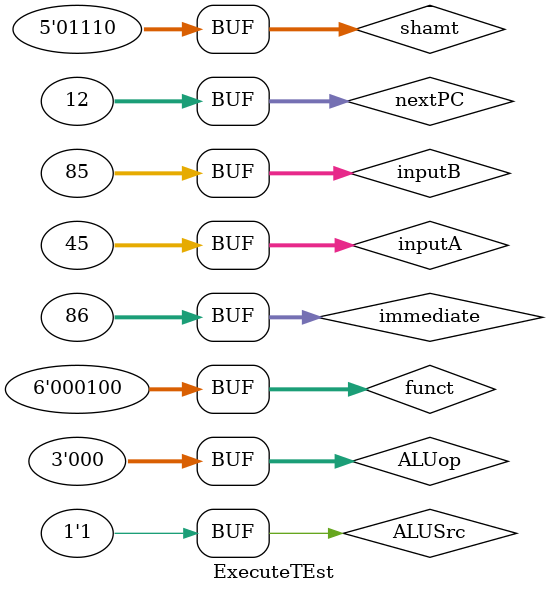
<source format=v>
`timescale 1ns / 1ps


module ExecuteTEst;

	// Inputs
	reg [31:0] inputA;
	reg [31:0] inputB;
	reg [31:0] immediate;
	reg [31:0] nextPC;
	reg [4:0] shamt;
	reg [5:0] funct;
	reg [2:0] ALUop;
	reg ALUSrc;

	// Outputs
	wire [31:0] result;
	wire zero;
	wire [31:0] addResult;

	// Instantiate the Unit Under Test (UUT)
	Execute uut (
		.inputA(inputA), 
		.inputB(inputB), 
		.immediate(immediate), 
		.nextPC(nextPC), 
		.shamt(shamt), 
		.funct(funct), 
		.ALUop(ALUop), 
		.ALUSrc(ALUSrc), 
		.result(result), 
		.zero(zero), 
		.addResult(addResult)
	);

	initial begin
		// Initialize Inputs
		inputA = 78;
		inputB = 78;
		immediate = 50;
		nextPC = 45;
		shamt = 0;
		funct = 6'b000001;
		ALUop = 0;
		ALUSrc = 0;

		#100;
        
	
	inputA = 45;
		inputB = 85;
		immediate = 86;
		nextPC = 12;
		shamt = 78;
		funct = 6'b000100;
		ALUop = 0;
		ALUSrc = 1;

		#100;
   
        


	end
      
endmodule


</source>
